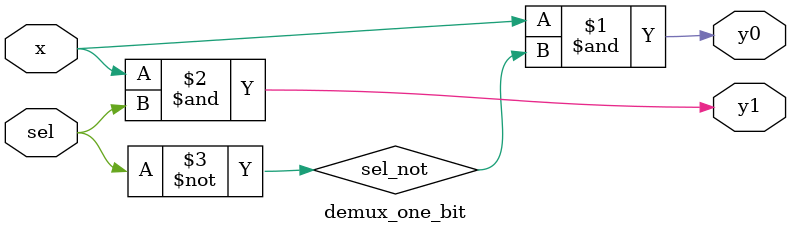
<source format=v>
module demux_one_bit (
    input x,
    input sel,
    output y0,
    output y1
);

    wire sel_not;

    not not1 (sel_not,sel);
    and and1 (y0,x,sel_not);
    and and2 (y1,x,sel);
    
endmodule
</source>
